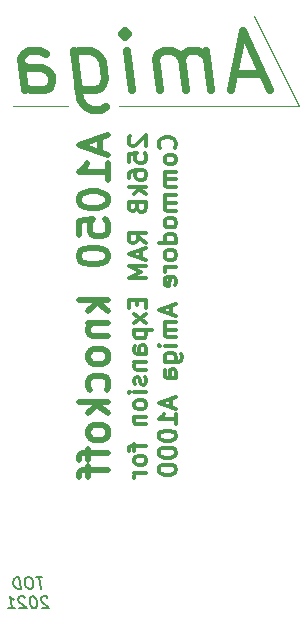
<source format=gbr>
%TF.GenerationSoftware,KiCad,Pcbnew,(5.1.10)-1*%
%TF.CreationDate,2021-06-21T22:38:47-07:00*%
%TF.ProjectId,A1050,41313035-302e-46b6-9963-61645f706362,rev?*%
%TF.SameCoordinates,Original*%
%TF.FileFunction,Legend,Bot*%
%TF.FilePolarity,Positive*%
%FSLAX46Y46*%
G04 Gerber Fmt 4.6, Leading zero omitted, Abs format (unit mm)*
G04 Created by KiCad (PCBNEW (5.1.10)-1) date 2021-06-21 22:38:47*
%MOMM*%
%LPD*%
G01*
G04 APERTURE LIST*
%ADD10C,0.150000*%
%ADD11C,0.120000*%
%ADD12C,0.700000*%
%ADD13C,0.300000*%
%ADD14C,0.500000*%
G04 APERTURE END LIST*
D10*
X99836508Y-136803380D02*
X99265080Y-136803380D01*
X99675794Y-137803380D02*
X99550794Y-136803380D01*
X98741270Y-136803380D02*
X98550794Y-136803380D01*
X98461508Y-136851000D01*
X98378175Y-136946238D01*
X98354366Y-137136714D01*
X98396032Y-137470047D01*
X98467461Y-137660523D01*
X98574604Y-137755761D01*
X98675794Y-137803380D01*
X98866270Y-137803380D01*
X98955556Y-137755761D01*
X99038889Y-137660523D01*
X99062699Y-137470047D01*
X99021032Y-137136714D01*
X98949604Y-136946238D01*
X98842461Y-136851000D01*
X98741270Y-136803380D01*
X98009127Y-137803380D02*
X97884127Y-136803380D01*
X97646032Y-136803380D01*
X97509127Y-136851000D01*
X97425794Y-136946238D01*
X97390080Y-137041476D01*
X97366270Y-137231952D01*
X97384127Y-137374809D01*
X97455556Y-137565285D01*
X97515080Y-137660523D01*
X97622223Y-137755761D01*
X97771032Y-137803380D01*
X98009127Y-137803380D01*
X100253175Y-138548619D02*
X100199604Y-138501000D01*
X100098413Y-138453380D01*
X99860318Y-138453380D01*
X99771032Y-138501000D01*
X99729366Y-138548619D01*
X99693651Y-138643857D01*
X99705556Y-138739095D01*
X99771032Y-138881952D01*
X100413889Y-139453380D01*
X99794842Y-139453380D01*
X99050794Y-138453380D02*
X98955556Y-138453380D01*
X98866270Y-138501000D01*
X98824604Y-138548619D01*
X98788889Y-138643857D01*
X98765080Y-138834333D01*
X98794842Y-139072428D01*
X98866270Y-139262904D01*
X98925794Y-139358142D01*
X98979366Y-139405761D01*
X99080556Y-139453380D01*
X99175794Y-139453380D01*
X99265080Y-139405761D01*
X99306747Y-139358142D01*
X99342461Y-139262904D01*
X99366270Y-139072428D01*
X99336508Y-138834333D01*
X99265080Y-138643857D01*
X99205556Y-138548619D01*
X99151985Y-138501000D01*
X99050794Y-138453380D01*
X98348413Y-138548619D02*
X98294842Y-138501000D01*
X98193651Y-138453380D01*
X97955556Y-138453380D01*
X97866270Y-138501000D01*
X97824604Y-138548619D01*
X97788889Y-138643857D01*
X97800794Y-138739095D01*
X97866270Y-138881952D01*
X98509127Y-139453380D01*
X97890080Y-139453380D01*
X96937699Y-139453380D02*
X97509127Y-139453380D01*
X97223413Y-139453380D02*
X97098413Y-138453380D01*
X97211508Y-138596238D01*
X97318651Y-138691476D01*
X97419842Y-138739095D01*
D11*
X101981000Y-96901000D02*
X97345500Y-96901000D01*
D12*
X118441886Y-94178333D02*
X116060934Y-94178333D01*
X119096648Y-95606904D02*
X116804982Y-90606904D01*
X115763315Y-95606904D01*
X114096648Y-95606904D02*
X113679982Y-92273571D01*
X113739505Y-92749761D02*
X113471648Y-92511666D01*
X112965696Y-92273571D01*
X112251410Y-92273571D01*
X111804982Y-92511666D01*
X111626410Y-92987857D01*
X111953791Y-95606904D01*
X111626410Y-92987857D02*
X111328791Y-92511666D01*
X110822839Y-92273571D01*
X110108553Y-92273571D01*
X109662125Y-92511666D01*
X109483553Y-92987857D01*
X109810934Y-95606904D01*
X107429982Y-95606904D02*
X107013315Y-92273571D01*
X106804982Y-90606904D02*
X107072839Y-90845000D01*
X106864505Y-91083095D01*
X106596648Y-90845000D01*
X106804982Y-90606904D01*
X106864505Y-91083095D01*
X102489505Y-92273571D02*
X102995458Y-96321190D01*
X103293077Y-96797380D01*
X103560934Y-97035476D01*
X104066886Y-97273571D01*
X104781172Y-97273571D01*
X105227601Y-97035476D01*
X102876410Y-95368809D02*
X103382363Y-95606904D01*
X104334744Y-95606904D01*
X104781172Y-95368809D01*
X104989505Y-95130714D01*
X105168077Y-94654523D01*
X104989505Y-93225952D01*
X104691886Y-92749761D01*
X104424029Y-92511666D01*
X103918077Y-92273571D01*
X102965696Y-92273571D01*
X102519267Y-92511666D01*
X98382363Y-95606904D02*
X98054982Y-92987857D01*
X98233553Y-92511666D01*
X98679982Y-92273571D01*
X99632363Y-92273571D01*
X100138315Y-92511666D01*
X98352601Y-95368809D02*
X98858553Y-95606904D01*
X100049029Y-95606904D01*
X100495458Y-95368809D01*
X100674029Y-94892619D01*
X100614505Y-94416428D01*
X100316886Y-93940238D01*
X99810934Y-93702142D01*
X98620458Y-93702142D01*
X98114505Y-93464047D01*
D11*
X121539000Y-96901000D02*
X106299000Y-96901000D01*
X117729000Y-89281000D02*
X121539000Y-96901000D01*
D13*
X107266428Y-99462642D02*
X107195000Y-99534071D01*
X107123571Y-99676928D01*
X107123571Y-100034071D01*
X107195000Y-100176928D01*
X107266428Y-100248357D01*
X107409285Y-100319785D01*
X107552142Y-100319785D01*
X107766428Y-100248357D01*
X108623571Y-99391214D01*
X108623571Y-100319785D01*
X107123571Y-101676928D02*
X107123571Y-100962642D01*
X107837857Y-100891214D01*
X107766428Y-100962642D01*
X107695000Y-101105500D01*
X107695000Y-101462642D01*
X107766428Y-101605500D01*
X107837857Y-101676928D01*
X107980714Y-101748357D01*
X108337857Y-101748357D01*
X108480714Y-101676928D01*
X108552142Y-101605500D01*
X108623571Y-101462642D01*
X108623571Y-101105500D01*
X108552142Y-100962642D01*
X108480714Y-100891214D01*
X107123571Y-103034071D02*
X107123571Y-102748357D01*
X107195000Y-102605500D01*
X107266428Y-102534071D01*
X107480714Y-102391214D01*
X107766428Y-102319785D01*
X108337857Y-102319785D01*
X108480714Y-102391214D01*
X108552142Y-102462642D01*
X108623571Y-102605500D01*
X108623571Y-102891214D01*
X108552142Y-103034071D01*
X108480714Y-103105500D01*
X108337857Y-103176928D01*
X107980714Y-103176928D01*
X107837857Y-103105500D01*
X107766428Y-103034071D01*
X107695000Y-102891214D01*
X107695000Y-102605500D01*
X107766428Y-102462642D01*
X107837857Y-102391214D01*
X107980714Y-102319785D01*
X108623571Y-103819785D02*
X107123571Y-103819785D01*
X108052142Y-103962642D02*
X108623571Y-104391214D01*
X107623571Y-104391214D02*
X108195000Y-103819785D01*
X107837857Y-105534071D02*
X107909285Y-105748357D01*
X107980714Y-105819785D01*
X108123571Y-105891214D01*
X108337857Y-105891214D01*
X108480714Y-105819785D01*
X108552142Y-105748357D01*
X108623571Y-105605500D01*
X108623571Y-105034071D01*
X107123571Y-105034071D01*
X107123571Y-105534071D01*
X107195000Y-105676928D01*
X107266428Y-105748357D01*
X107409285Y-105819785D01*
X107552142Y-105819785D01*
X107695000Y-105748357D01*
X107766428Y-105676928D01*
X107837857Y-105534071D01*
X107837857Y-105034071D01*
X108623571Y-108534071D02*
X107909285Y-108034071D01*
X108623571Y-107676928D02*
X107123571Y-107676928D01*
X107123571Y-108248357D01*
X107195000Y-108391214D01*
X107266428Y-108462642D01*
X107409285Y-108534071D01*
X107623571Y-108534071D01*
X107766428Y-108462642D01*
X107837857Y-108391214D01*
X107909285Y-108248357D01*
X107909285Y-107676928D01*
X108195000Y-109105500D02*
X108195000Y-109819785D01*
X108623571Y-108962642D02*
X107123571Y-109462642D01*
X108623571Y-109962642D01*
X108623571Y-110462642D02*
X107123571Y-110462642D01*
X108195000Y-110962642D01*
X107123571Y-111462642D01*
X108623571Y-111462642D01*
X107837857Y-113319785D02*
X107837857Y-113819785D01*
X108623571Y-114034071D02*
X108623571Y-113319785D01*
X107123571Y-113319785D01*
X107123571Y-114034071D01*
X108623571Y-114534071D02*
X107623571Y-115319785D01*
X107623571Y-114534071D02*
X108623571Y-115319785D01*
X107623571Y-115891214D02*
X109123571Y-115891214D01*
X107695000Y-115891214D02*
X107623571Y-116034071D01*
X107623571Y-116319785D01*
X107695000Y-116462642D01*
X107766428Y-116534071D01*
X107909285Y-116605500D01*
X108337857Y-116605500D01*
X108480714Y-116534071D01*
X108552142Y-116462642D01*
X108623571Y-116319785D01*
X108623571Y-116034071D01*
X108552142Y-115891214D01*
X108623571Y-117891214D02*
X107837857Y-117891214D01*
X107695000Y-117819785D01*
X107623571Y-117676928D01*
X107623571Y-117391214D01*
X107695000Y-117248357D01*
X108552142Y-117891214D02*
X108623571Y-117748357D01*
X108623571Y-117391214D01*
X108552142Y-117248357D01*
X108409285Y-117176928D01*
X108266428Y-117176928D01*
X108123571Y-117248357D01*
X108052142Y-117391214D01*
X108052142Y-117748357D01*
X107980714Y-117891214D01*
X107623571Y-118605500D02*
X108623571Y-118605500D01*
X107766428Y-118605500D02*
X107695000Y-118676928D01*
X107623571Y-118819785D01*
X107623571Y-119034071D01*
X107695000Y-119176928D01*
X107837857Y-119248357D01*
X108623571Y-119248357D01*
X108552142Y-119891214D02*
X108623571Y-120034071D01*
X108623571Y-120319785D01*
X108552142Y-120462642D01*
X108409285Y-120534071D01*
X108337857Y-120534071D01*
X108195000Y-120462642D01*
X108123571Y-120319785D01*
X108123571Y-120105500D01*
X108052142Y-119962642D01*
X107909285Y-119891214D01*
X107837857Y-119891214D01*
X107695000Y-119962642D01*
X107623571Y-120105500D01*
X107623571Y-120319785D01*
X107695000Y-120462642D01*
X108623571Y-121176928D02*
X107623571Y-121176928D01*
X107123571Y-121176928D02*
X107195000Y-121105500D01*
X107266428Y-121176928D01*
X107195000Y-121248357D01*
X107123571Y-121176928D01*
X107266428Y-121176928D01*
X108623571Y-122105500D02*
X108552142Y-121962642D01*
X108480714Y-121891214D01*
X108337857Y-121819785D01*
X107909285Y-121819785D01*
X107766428Y-121891214D01*
X107695000Y-121962642D01*
X107623571Y-122105500D01*
X107623571Y-122319785D01*
X107695000Y-122462642D01*
X107766428Y-122534071D01*
X107909285Y-122605500D01*
X108337857Y-122605500D01*
X108480714Y-122534071D01*
X108552142Y-122462642D01*
X108623571Y-122319785D01*
X108623571Y-122105500D01*
X107623571Y-123248357D02*
X108623571Y-123248357D01*
X107766428Y-123248357D02*
X107695000Y-123319785D01*
X107623571Y-123462642D01*
X107623571Y-123676928D01*
X107695000Y-123819785D01*
X107837857Y-123891214D01*
X108623571Y-123891214D01*
X107623571Y-125534071D02*
X107623571Y-126105500D01*
X108623571Y-125748357D02*
X107337857Y-125748357D01*
X107195000Y-125819785D01*
X107123571Y-125962642D01*
X107123571Y-126105500D01*
X108623571Y-126819785D02*
X108552142Y-126676928D01*
X108480714Y-126605500D01*
X108337857Y-126534071D01*
X107909285Y-126534071D01*
X107766428Y-126605500D01*
X107695000Y-126676928D01*
X107623571Y-126819785D01*
X107623571Y-127034071D01*
X107695000Y-127176928D01*
X107766428Y-127248357D01*
X107909285Y-127319785D01*
X108337857Y-127319785D01*
X108480714Y-127248357D01*
X108552142Y-127176928D01*
X108623571Y-127034071D01*
X108623571Y-126819785D01*
X108623571Y-127962642D02*
X107623571Y-127962642D01*
X107909285Y-127962642D02*
X107766428Y-128034071D01*
X107695000Y-128105500D01*
X107623571Y-128248357D01*
X107623571Y-128391214D01*
X111030714Y-100498357D02*
X111102142Y-100426928D01*
X111173571Y-100212642D01*
X111173571Y-100069785D01*
X111102142Y-99855500D01*
X110959285Y-99712642D01*
X110816428Y-99641214D01*
X110530714Y-99569785D01*
X110316428Y-99569785D01*
X110030714Y-99641214D01*
X109887857Y-99712642D01*
X109745000Y-99855500D01*
X109673571Y-100069785D01*
X109673571Y-100212642D01*
X109745000Y-100426928D01*
X109816428Y-100498357D01*
X111173571Y-101355500D02*
X111102142Y-101212642D01*
X111030714Y-101141214D01*
X110887857Y-101069785D01*
X110459285Y-101069785D01*
X110316428Y-101141214D01*
X110245000Y-101212642D01*
X110173571Y-101355500D01*
X110173571Y-101569785D01*
X110245000Y-101712642D01*
X110316428Y-101784071D01*
X110459285Y-101855500D01*
X110887857Y-101855500D01*
X111030714Y-101784071D01*
X111102142Y-101712642D01*
X111173571Y-101569785D01*
X111173571Y-101355500D01*
X111173571Y-102498357D02*
X110173571Y-102498357D01*
X110316428Y-102498357D02*
X110245000Y-102569785D01*
X110173571Y-102712642D01*
X110173571Y-102926928D01*
X110245000Y-103069785D01*
X110387857Y-103141214D01*
X111173571Y-103141214D01*
X110387857Y-103141214D02*
X110245000Y-103212642D01*
X110173571Y-103355500D01*
X110173571Y-103569785D01*
X110245000Y-103712642D01*
X110387857Y-103784071D01*
X111173571Y-103784071D01*
X111173571Y-104498357D02*
X110173571Y-104498357D01*
X110316428Y-104498357D02*
X110245000Y-104569785D01*
X110173571Y-104712642D01*
X110173571Y-104926928D01*
X110245000Y-105069785D01*
X110387857Y-105141214D01*
X111173571Y-105141214D01*
X110387857Y-105141214D02*
X110245000Y-105212642D01*
X110173571Y-105355500D01*
X110173571Y-105569785D01*
X110245000Y-105712642D01*
X110387857Y-105784071D01*
X111173571Y-105784071D01*
X111173571Y-106712642D02*
X111102142Y-106569785D01*
X111030714Y-106498357D01*
X110887857Y-106426928D01*
X110459285Y-106426928D01*
X110316428Y-106498357D01*
X110245000Y-106569785D01*
X110173571Y-106712642D01*
X110173571Y-106926928D01*
X110245000Y-107069785D01*
X110316428Y-107141214D01*
X110459285Y-107212642D01*
X110887857Y-107212642D01*
X111030714Y-107141214D01*
X111102142Y-107069785D01*
X111173571Y-106926928D01*
X111173571Y-106712642D01*
X111173571Y-108498357D02*
X109673571Y-108498357D01*
X111102142Y-108498357D02*
X111173571Y-108355500D01*
X111173571Y-108069785D01*
X111102142Y-107926928D01*
X111030714Y-107855500D01*
X110887857Y-107784071D01*
X110459285Y-107784071D01*
X110316428Y-107855500D01*
X110245000Y-107926928D01*
X110173571Y-108069785D01*
X110173571Y-108355500D01*
X110245000Y-108498357D01*
X111173571Y-109426928D02*
X111102142Y-109284071D01*
X111030714Y-109212642D01*
X110887857Y-109141214D01*
X110459285Y-109141214D01*
X110316428Y-109212642D01*
X110245000Y-109284071D01*
X110173571Y-109426928D01*
X110173571Y-109641214D01*
X110245000Y-109784071D01*
X110316428Y-109855500D01*
X110459285Y-109926928D01*
X110887857Y-109926928D01*
X111030714Y-109855500D01*
X111102142Y-109784071D01*
X111173571Y-109641214D01*
X111173571Y-109426928D01*
X111173571Y-110569785D02*
X110173571Y-110569785D01*
X110459285Y-110569785D02*
X110316428Y-110641214D01*
X110245000Y-110712642D01*
X110173571Y-110855500D01*
X110173571Y-110998357D01*
X111102142Y-112069785D02*
X111173571Y-111926928D01*
X111173571Y-111641214D01*
X111102142Y-111498357D01*
X110959285Y-111426928D01*
X110387857Y-111426928D01*
X110245000Y-111498357D01*
X110173571Y-111641214D01*
X110173571Y-111926928D01*
X110245000Y-112069785D01*
X110387857Y-112141214D01*
X110530714Y-112141214D01*
X110673571Y-111426928D01*
X110745000Y-113855500D02*
X110745000Y-114569785D01*
X111173571Y-113712642D02*
X109673571Y-114212642D01*
X111173571Y-114712642D01*
X111173571Y-115212642D02*
X110173571Y-115212642D01*
X110316428Y-115212642D02*
X110245000Y-115284071D01*
X110173571Y-115426928D01*
X110173571Y-115641214D01*
X110245000Y-115784071D01*
X110387857Y-115855500D01*
X111173571Y-115855500D01*
X110387857Y-115855500D02*
X110245000Y-115926928D01*
X110173571Y-116069785D01*
X110173571Y-116284071D01*
X110245000Y-116426928D01*
X110387857Y-116498357D01*
X111173571Y-116498357D01*
X111173571Y-117212642D02*
X110173571Y-117212642D01*
X109673571Y-117212642D02*
X109745000Y-117141214D01*
X109816428Y-117212642D01*
X109745000Y-117284071D01*
X109673571Y-117212642D01*
X109816428Y-117212642D01*
X110173571Y-118569785D02*
X111387857Y-118569785D01*
X111530714Y-118498357D01*
X111602142Y-118426928D01*
X111673571Y-118284071D01*
X111673571Y-118069785D01*
X111602142Y-117926928D01*
X111102142Y-118569785D02*
X111173571Y-118426928D01*
X111173571Y-118141214D01*
X111102142Y-117998357D01*
X111030714Y-117926928D01*
X110887857Y-117855500D01*
X110459285Y-117855500D01*
X110316428Y-117926928D01*
X110245000Y-117998357D01*
X110173571Y-118141214D01*
X110173571Y-118426928D01*
X110245000Y-118569785D01*
X111173571Y-119926928D02*
X110387857Y-119926928D01*
X110245000Y-119855500D01*
X110173571Y-119712642D01*
X110173571Y-119426928D01*
X110245000Y-119284071D01*
X111102142Y-119926928D02*
X111173571Y-119784071D01*
X111173571Y-119426928D01*
X111102142Y-119284071D01*
X110959285Y-119212642D01*
X110816428Y-119212642D01*
X110673571Y-119284071D01*
X110602142Y-119426928D01*
X110602142Y-119784071D01*
X110530714Y-119926928D01*
X110745000Y-121712642D02*
X110745000Y-122426928D01*
X111173571Y-121569785D02*
X109673571Y-122069785D01*
X111173571Y-122569785D01*
X111173571Y-123855500D02*
X111173571Y-122998357D01*
X111173571Y-123426928D02*
X109673571Y-123426928D01*
X109887857Y-123284071D01*
X110030714Y-123141214D01*
X110102142Y-122998357D01*
X109673571Y-124784071D02*
X109673571Y-124926928D01*
X109745000Y-125069785D01*
X109816428Y-125141214D01*
X109959285Y-125212642D01*
X110245000Y-125284071D01*
X110602142Y-125284071D01*
X110887857Y-125212642D01*
X111030714Y-125141214D01*
X111102142Y-125069785D01*
X111173571Y-124926928D01*
X111173571Y-124784071D01*
X111102142Y-124641214D01*
X111030714Y-124569785D01*
X110887857Y-124498357D01*
X110602142Y-124426928D01*
X110245000Y-124426928D01*
X109959285Y-124498357D01*
X109816428Y-124569785D01*
X109745000Y-124641214D01*
X109673571Y-124784071D01*
X109673571Y-126212642D02*
X109673571Y-126355500D01*
X109745000Y-126498357D01*
X109816428Y-126569785D01*
X109959285Y-126641214D01*
X110245000Y-126712642D01*
X110602142Y-126712642D01*
X110887857Y-126641214D01*
X111030714Y-126569785D01*
X111102142Y-126498357D01*
X111173571Y-126355500D01*
X111173571Y-126212642D01*
X111102142Y-126069785D01*
X111030714Y-125998357D01*
X110887857Y-125926928D01*
X110602142Y-125855500D01*
X110245000Y-125855500D01*
X109959285Y-125926928D01*
X109816428Y-125998357D01*
X109745000Y-126069785D01*
X109673571Y-126212642D01*
X109673571Y-127641214D02*
X109673571Y-127784071D01*
X109745000Y-127926928D01*
X109816428Y-127998357D01*
X109959285Y-128069785D01*
X110245000Y-128141214D01*
X110602142Y-128141214D01*
X110887857Y-128069785D01*
X111030714Y-127998357D01*
X111102142Y-127926928D01*
X111173571Y-127784071D01*
X111173571Y-127641214D01*
X111102142Y-127498357D01*
X111030714Y-127426928D01*
X110887857Y-127355500D01*
X110602142Y-127284071D01*
X110245000Y-127284071D01*
X109959285Y-127355500D01*
X109816428Y-127426928D01*
X109745000Y-127498357D01*
X109673571Y-127641214D01*
D14*
X104683666Y-99629309D02*
X104683666Y-100819785D01*
X105397952Y-99391214D02*
X102897952Y-100224547D01*
X105397952Y-101057880D01*
X105397952Y-103200738D02*
X105397952Y-101772166D01*
X105397952Y-102486452D02*
X102897952Y-102486452D01*
X103255095Y-102248357D01*
X103493190Y-102010261D01*
X103612238Y-101772166D01*
X102897952Y-104748357D02*
X102897952Y-104986452D01*
X103017000Y-105224547D01*
X103136047Y-105343595D01*
X103374142Y-105462642D01*
X103850333Y-105581690D01*
X104445571Y-105581690D01*
X104921761Y-105462642D01*
X105159857Y-105343595D01*
X105278904Y-105224547D01*
X105397952Y-104986452D01*
X105397952Y-104748357D01*
X105278904Y-104510261D01*
X105159857Y-104391214D01*
X104921761Y-104272166D01*
X104445571Y-104153119D01*
X103850333Y-104153119D01*
X103374142Y-104272166D01*
X103136047Y-104391214D01*
X103017000Y-104510261D01*
X102897952Y-104748357D01*
X102897952Y-107843595D02*
X102897952Y-106653119D01*
X104088428Y-106534071D01*
X103969380Y-106653119D01*
X103850333Y-106891214D01*
X103850333Y-107486452D01*
X103969380Y-107724547D01*
X104088428Y-107843595D01*
X104326523Y-107962642D01*
X104921761Y-107962642D01*
X105159857Y-107843595D01*
X105278904Y-107724547D01*
X105397952Y-107486452D01*
X105397952Y-106891214D01*
X105278904Y-106653119D01*
X105159857Y-106534071D01*
X102897952Y-109510261D02*
X102897952Y-109748357D01*
X103017000Y-109986452D01*
X103136047Y-110105500D01*
X103374142Y-110224547D01*
X103850333Y-110343595D01*
X104445571Y-110343595D01*
X104921761Y-110224547D01*
X105159857Y-110105500D01*
X105278904Y-109986452D01*
X105397952Y-109748357D01*
X105397952Y-109510261D01*
X105278904Y-109272166D01*
X105159857Y-109153119D01*
X104921761Y-109034071D01*
X104445571Y-108915023D01*
X103850333Y-108915023D01*
X103374142Y-109034071D01*
X103136047Y-109153119D01*
X103017000Y-109272166D01*
X102897952Y-109510261D01*
X105397952Y-113319785D02*
X102897952Y-113319785D01*
X104445571Y-113557880D02*
X105397952Y-114272166D01*
X103731285Y-114272166D02*
X104683666Y-113319785D01*
X103731285Y-115343595D02*
X105397952Y-115343595D01*
X103969380Y-115343595D02*
X103850333Y-115462642D01*
X103731285Y-115700738D01*
X103731285Y-116057880D01*
X103850333Y-116295976D01*
X104088428Y-116415023D01*
X105397952Y-116415023D01*
X105397952Y-117962642D02*
X105278904Y-117724547D01*
X105159857Y-117605500D01*
X104921761Y-117486452D01*
X104207476Y-117486452D01*
X103969380Y-117605500D01*
X103850333Y-117724547D01*
X103731285Y-117962642D01*
X103731285Y-118319785D01*
X103850333Y-118557880D01*
X103969380Y-118676928D01*
X104207476Y-118795976D01*
X104921761Y-118795976D01*
X105159857Y-118676928D01*
X105278904Y-118557880D01*
X105397952Y-118319785D01*
X105397952Y-117962642D01*
X105278904Y-120938833D02*
X105397952Y-120700738D01*
X105397952Y-120224547D01*
X105278904Y-119986452D01*
X105159857Y-119867404D01*
X104921761Y-119748357D01*
X104207476Y-119748357D01*
X103969380Y-119867404D01*
X103850333Y-119986452D01*
X103731285Y-120224547D01*
X103731285Y-120700738D01*
X103850333Y-120938833D01*
X105397952Y-122010261D02*
X102897952Y-122010261D01*
X104445571Y-122248357D02*
X105397952Y-122962642D01*
X103731285Y-122962642D02*
X104683666Y-122010261D01*
X105397952Y-124391214D02*
X105278904Y-124153119D01*
X105159857Y-124034071D01*
X104921761Y-123915023D01*
X104207476Y-123915023D01*
X103969380Y-124034071D01*
X103850333Y-124153119D01*
X103731285Y-124391214D01*
X103731285Y-124748357D01*
X103850333Y-124986452D01*
X103969380Y-125105500D01*
X104207476Y-125224547D01*
X104921761Y-125224547D01*
X105159857Y-125105500D01*
X105278904Y-124986452D01*
X105397952Y-124748357D01*
X105397952Y-124391214D01*
X103731285Y-125938833D02*
X103731285Y-126891214D01*
X105397952Y-126295976D02*
X103255095Y-126295976D01*
X103017000Y-126415023D01*
X102897952Y-126653119D01*
X102897952Y-126891214D01*
X103731285Y-127367404D02*
X103731285Y-128319785D01*
X105397952Y-127724547D02*
X103255095Y-127724547D01*
X103017000Y-127843595D01*
X102897952Y-128081690D01*
X102897952Y-128319785D01*
M02*

</source>
